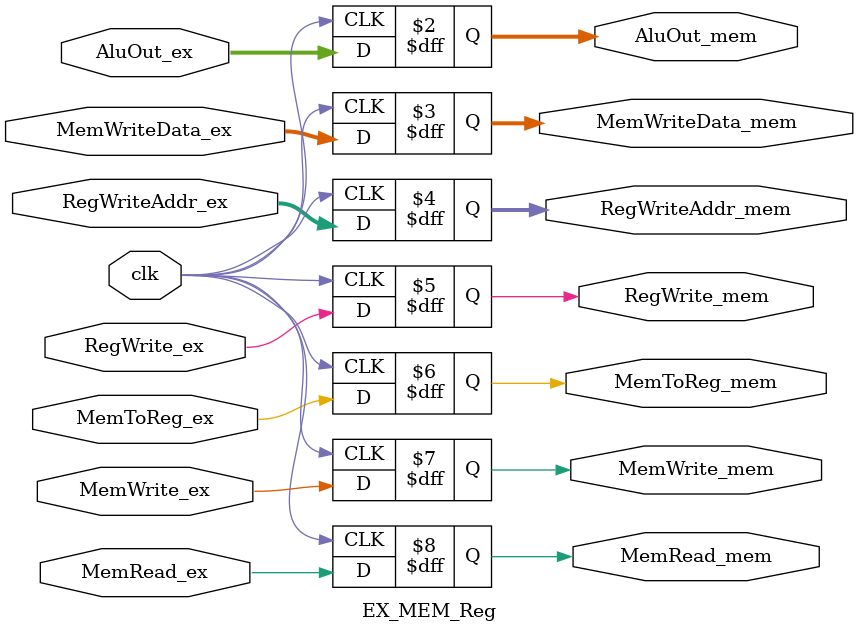
<source format=v>
`timescale 1ns / 1ps


module EX_MEM_Reg #(parameter N = 32)
   (input clk,
    input [N-1:0] AluOut_ex,
    input [N-1:0] MemWriteData_ex,
    input [4:0] RegWriteAddr_ex,
    input RegWrite_ex,
    input MemToReg_ex,
    input MemWrite_ex,
    input MemRead_ex,
    // Êä³ö¶Ë¿Ú
    output reg [N-1:0] AluOut_mem,
    output reg [N-1:0] MemWriteData_mem,
    output reg [4:0] RegWriteAddr_mem,
    output reg RegWrite_mem,
    output reg MemToReg_mem,
    output reg MemWrite_mem,
    output reg MemRead_mem
    );
    
    always@(posedge clk)
    begin
        AluOut_mem <= AluOut_ex;
        MemWriteData_mem <= MemWriteData_ex;
        RegWriteAddr_mem <= RegWriteAddr_ex;
        RegWrite_mem <= RegWrite_ex;
        MemToReg_mem <= MemToReg_ex;
        MemWrite_mem <= MemWrite_ex;
        MemRead_mem <= MemRead_ex;
    end
    
endmodule

</source>
